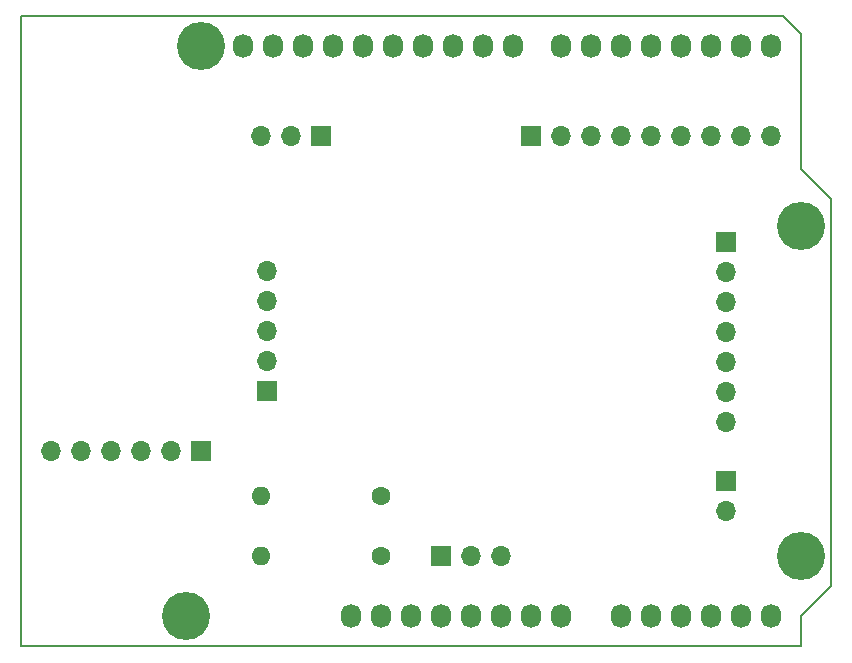
<source format=gbr>
%TF.GenerationSoftware,KiCad,Pcbnew,(6.0.5-0)*%
%TF.CreationDate,2022-05-20T22:42:26+09:00*%
%TF.ProjectId,esp32_internet_radio_v4,65737033-325f-4696-9e74-65726e65745f,rev?*%
%TF.SameCoordinates,PX69db1f0PY7882d48*%
%TF.FileFunction,Soldermask,Bot*%
%TF.FilePolarity,Negative*%
%FSLAX46Y46*%
G04 Gerber Fmt 4.6, Leading zero omitted, Abs format (unit mm)*
G04 Created by KiCad (PCBNEW (6.0.5-0)) date 2022-05-20 22:42:26*
%MOMM*%
%LPD*%
G01*
G04 APERTURE LIST*
%TA.AperFunction,Profile*%
%ADD10C,0.150000*%
%TD*%
%ADD11R,1.700000X1.700000*%
%ADD12O,1.700000X1.700000*%
%ADD13O,1.727200X2.032000*%
%ADD14C,4.064000*%
%ADD15C,1.600000*%
%ADD16O,1.600000X1.600000*%
G04 APERTURE END LIST*
D10*
X68580000Y37846000D02*
X66040000Y40386000D01*
X66040000Y0D02*
X66040000Y2540000D01*
X66040000Y51816000D02*
X64516000Y53340000D01*
X66040000Y2540000D02*
X68580000Y5080000D01*
X0Y53340000D02*
X0Y0D01*
X68580000Y5080000D02*
X68580000Y37846000D01*
X0Y0D02*
X66040000Y0D01*
X64516000Y53340000D02*
X0Y53340000D01*
X66040000Y40386000D02*
X66040000Y51816000D01*
D11*
%TO.C,J1*%
X20840000Y21595000D03*
D12*
X20840000Y24135000D03*
X20840000Y26675000D03*
X20840000Y29215000D03*
X20840000Y31755000D03*
%TD*%
D13*
%TO.C,P1*%
X27940000Y2540000D03*
X30480000Y2540000D03*
X33020000Y2540000D03*
X35560000Y2540000D03*
X38100000Y2540000D03*
X40640000Y2540000D03*
X43180000Y2540000D03*
X45720000Y2540000D03*
%TD*%
%TO.C,P2*%
X50800000Y2540000D03*
X53340000Y2540000D03*
X55880000Y2540000D03*
X58420000Y2540000D03*
X60960000Y2540000D03*
X63500000Y2540000D03*
%TD*%
%TO.C,P3*%
X18796000Y50800000D03*
X21336000Y50800000D03*
X23876000Y50800000D03*
X26416000Y50800000D03*
X28956000Y50800000D03*
X31496000Y50800000D03*
X34036000Y50800000D03*
X36576000Y50800000D03*
X39116000Y50800000D03*
X41656000Y50800000D03*
%TD*%
%TO.C,P4*%
X45720000Y50800000D03*
X48260000Y50800000D03*
X50800000Y50800000D03*
X53340000Y50800000D03*
X55880000Y50800000D03*
X58420000Y50800000D03*
X60960000Y50800000D03*
X63500000Y50800000D03*
%TD*%
D14*
%TO.C,P5*%
X13970000Y2540000D03*
%TD*%
%TO.C,P6*%
X66040000Y7620000D03*
%TD*%
%TO.C,P7*%
X15240000Y50800000D03*
%TD*%
%TO.C,P8*%
X66040000Y35560000D03*
%TD*%
D15*
%TO.C,R1*%
X30480000Y7620000D03*
D16*
X20320000Y7620000D03*
%TD*%
D11*
%TO.C,J6*%
X15215000Y16510000D03*
D12*
X12675000Y16510000D03*
X10135000Y16510000D03*
X7595000Y16510000D03*
X5055000Y16510000D03*
X2515000Y16510000D03*
%TD*%
D11*
%TO.C,J3*%
X59715000Y34270000D03*
D12*
X59715000Y31730000D03*
X59715000Y29190000D03*
X59715000Y26650000D03*
X59715000Y24110000D03*
X59715000Y21570000D03*
X59715000Y19030000D03*
%TD*%
D15*
%TO.C,R2*%
X30480000Y12700000D03*
D16*
X20320000Y12700000D03*
%TD*%
D11*
%TO.C,J4*%
X35560000Y7620000D03*
D12*
X38100000Y7620000D03*
X40640000Y7620000D03*
%TD*%
D11*
%TO.C,J7*%
X43190000Y43180000D03*
D12*
X45730000Y43180000D03*
X48270000Y43180000D03*
X50810000Y43180000D03*
X53350000Y43180000D03*
X55890000Y43180000D03*
X58430000Y43180000D03*
X60970000Y43180000D03*
X63510000Y43180000D03*
%TD*%
D11*
%TO.C,J2*%
X25385000Y43180000D03*
D12*
X22845000Y43180000D03*
X20305000Y43180000D03*
%TD*%
D11*
%TO.C,J5*%
X59690000Y13970000D03*
D12*
X59690000Y11430000D03*
%TD*%
M02*

</source>
